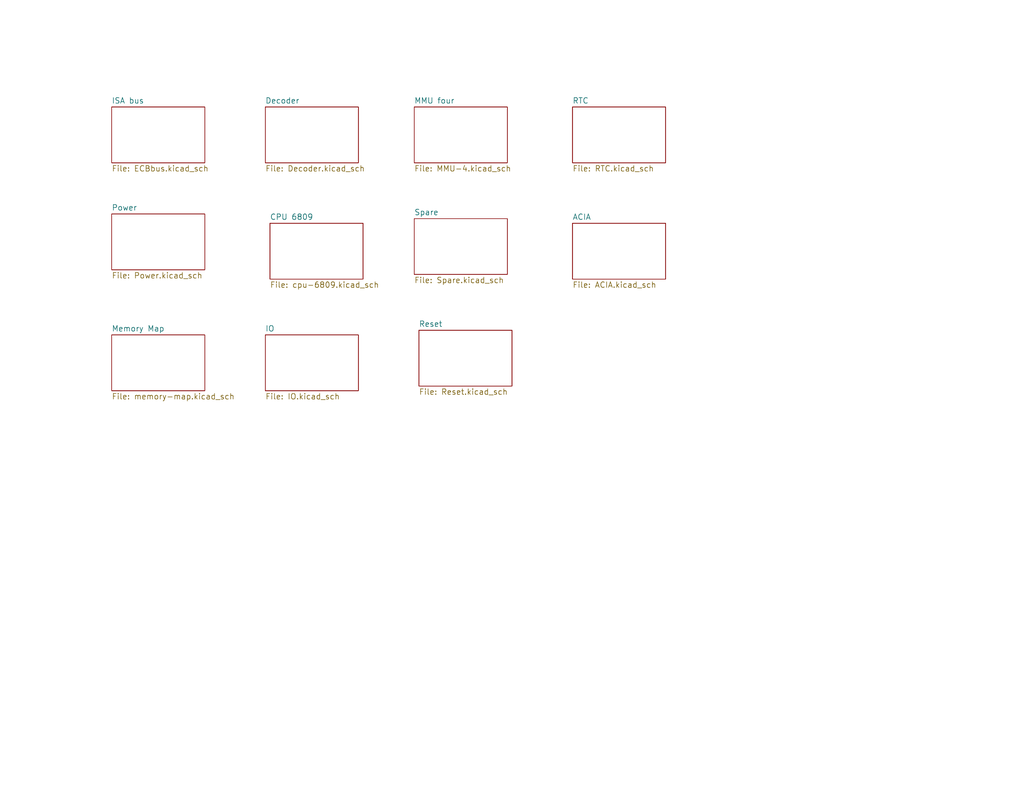
<source format=kicad_sch>
(kicad_sch
	(version 20231120)
	(generator "eeschema")
	(generator_version "8.0")
	(uuid "d94f9d60-5ece-4752-b49c-b0d1c95f35bc")
	(paper "A")
	(title_block
		(title "6809PC")
		(date "2025-06-20")
		(rev "004")
		(comment 1 "https://github.com/danwerner21/6809PC")
		(comment 2 "Based on work by Andrew Lynch and John Coffman")
	)
	(lib_symbols)
	(sheet
		(at 30.48 29.21)
		(size 25.4 15.24)
		(fields_autoplaced yes)
		(stroke
			(width 0)
			(type solid)
		)
		(fill
			(color 0 0 0 0.0000)
		)
		(uuid "00000000-0000-0000-0000-0000526c8cc7")
		(property "Sheetname" "ISA bus"
			(at 30.48 28.3714 0)
			(effects
				(font
					(size 1.524 1.524)
				)
				(justify left bottom)
			)
		)
		(property "Sheetfile" "ECBbus.kicad_sch"
			(at 30.48 45.1362 0)
			(effects
				(font
					(size 1.524 1.524)
				)
				(justify left top)
			)
		)
		(instances
			(project "6809PC-6U"
				(path "/d94f9d60-5ece-4752-b49c-b0d1c95f35bc"
					(page "2")
				)
			)
		)
	)
	(sheet
		(at 73.66 60.96)
		(size 25.4 15.24)
		(fields_autoplaced yes)
		(stroke
			(width 0)
			(type solid)
		)
		(fill
			(color 0 0 0 0.0000)
		)
		(uuid "00000000-0000-0000-0000-0000526c8e8e")
		(property "Sheetname" "CPU 6809"
			(at 73.66 60.1214 0)
			(effects
				(font
					(size 1.524 1.524)
				)
				(justify left bottom)
			)
		)
		(property "Sheetfile" "cpu-6809.kicad_sch"
			(at 73.66 76.8862 0)
			(effects
				(font
					(size 1.524 1.524)
				)
				(justify left top)
			)
		)
		(instances
			(project "6809PC-6U"
				(path "/d94f9d60-5ece-4752-b49c-b0d1c95f35bc"
					(page "11")
				)
			)
		)
	)
	(sheet
		(at 30.48 91.44)
		(size 25.4 15.24)
		(fields_autoplaced yes)
		(stroke
			(width 0)
			(type solid)
		)
		(fill
			(color 0 0 0 0.0000)
		)
		(uuid "00000000-0000-0000-0000-0000526c8ed2")
		(property "Sheetname" "Memory Map"
			(at 30.48 90.6014 0)
			(effects
				(font
					(size 1.524 1.524)
				)
				(justify left bottom)
			)
		)
		(property "Sheetfile" "memory-map.kicad_sch"
			(at 30.48 107.3662 0)
			(effects
				(font
					(size 1.524 1.524)
				)
				(justify left top)
			)
		)
		(instances
			(project "6809PC-6U"
				(path "/d94f9d60-5ece-4752-b49c-b0d1c95f35bc"
					(page "4")
				)
			)
		)
	)
	(sheet
		(at 113.03 29.21)
		(size 25.4 15.24)
		(fields_autoplaced yes)
		(stroke
			(width 0)
			(type solid)
		)
		(fill
			(color 0 0 0 0.0000)
		)
		(uuid "00000000-0000-0000-0000-0000526ca311")
		(property "Sheetname" "MMU four"
			(at 113.03 28.3714 0)
			(effects
				(font
					(size 1.524 1.524)
				)
				(justify left bottom)
			)
		)
		(property "Sheetfile" "MMU-4.kicad_sch"
			(at 113.03 45.1362 0)
			(effects
				(font
					(size 1.524 1.524)
				)
				(justify left top)
			)
		)
		(instances
			(project "6809PC-6U"
				(path "/d94f9d60-5ece-4752-b49c-b0d1c95f35bc"
					(page "12")
				)
			)
		)
	)
	(sheet
		(at 30.48 58.42)
		(size 25.4 15.24)
		(fields_autoplaced yes)
		(stroke
			(width 0)
			(type solid)
		)
		(fill
			(color 0 0 0 0.0000)
		)
		(uuid "00000000-0000-0000-0000-0000526d2858")
		(property "Sheetname" "Power"
			(at 30.48 57.5814 0)
			(effects
				(font
					(size 1.524 1.524)
				)
				(justify left bottom)
			)
		)
		(property "Sheetfile" "Power.kicad_sch"
			(at 30.48 74.3462 0)
			(effects
				(font
					(size 1.524 1.524)
				)
				(justify left top)
			)
		)
		(instances
			(project "6809PC-6U"
				(path "/d94f9d60-5ece-4752-b49c-b0d1c95f35bc"
					(page "6")
				)
			)
		)
	)
	(sheet
		(at 72.39 29.21)
		(size 25.4 15.24)
		(fields_autoplaced yes)
		(stroke
			(width 0)
			(type solid)
		)
		(fill
			(color 0 0 0 0.0000)
		)
		(uuid "00000000-0000-0000-0000-0000526d3cca")
		(property "Sheetname" "Decoder"
			(at 72.39 28.3714 0)
			(effects
				(font
					(size 1.524 1.524)
				)
				(justify left bottom)
			)
		)
		(property "Sheetfile" "Decoder.kicad_sch"
			(at 72.39 45.1362 0)
			(effects
				(font
					(size 1.524 1.524)
				)
				(justify left top)
			)
		)
		(instances
			(project "6809PC-6U"
				(path "/d94f9d60-5ece-4752-b49c-b0d1c95f35bc"
					(page "7")
				)
			)
		)
	)
	(sheet
		(at 113.03 59.69)
		(size 25.4 15.24)
		(fields_autoplaced yes)
		(stroke
			(width 0)
			(type solid)
		)
		(fill
			(color 0 0 0 0.0000)
		)
		(uuid "00000000-0000-0000-0000-0000526d48aa")
		(property "Sheetname" "Spare"
			(at 113.03 58.8514 0)
			(effects
				(font
					(size 1.524 1.524)
				)
				(justify left bottom)
			)
		)
		(property "Sheetfile" "Spare.kicad_sch"
			(at 113.03 75.6162 0)
			(effects
				(font
					(size 1.524 1.524)
				)
				(justify left top)
			)
		)
		(instances
			(project "6809PC-6U"
				(path "/d94f9d60-5ece-4752-b49c-b0d1c95f35bc"
					(page "9")
				)
			)
		)
	)
	(sheet
		(at 72.39 91.44)
		(size 25.4 15.24)
		(fields_autoplaced yes)
		(stroke
			(width 0)
			(type solid)
		)
		(fill
			(color 0 0 0 0.0000)
		)
		(uuid "00000000-0000-0000-0000-0000526d5517")
		(property "Sheetname" "IO"
			(at 72.39 90.6014 0)
			(effects
				(font
					(size 1.524 1.524)
				)
				(justify left bottom)
			)
		)
		(property "Sheetfile" "IO.kicad_sch"
			(at 72.39 107.3662 0)
			(effects
				(font
					(size 1.524 1.524)
				)
				(justify left top)
			)
		)
		(instances
			(project "6809PC-6U"
				(path "/d94f9d60-5ece-4752-b49c-b0d1c95f35bc"
					(page "8")
				)
			)
		)
	)
	(sheet
		(at 114.3 90.17)
		(size 25.4 15.24)
		(fields_autoplaced yes)
		(stroke
			(width 0)
			(type solid)
		)
		(fill
			(color 0 0 0 0.0000)
		)
		(uuid "00000000-0000-0000-0000-0000526d81d3")
		(property "Sheetname" "Reset"
			(at 114.3 89.3314 0)
			(effects
				(font
					(size 1.524 1.524)
				)
				(justify left bottom)
			)
		)
		(property "Sheetfile" "Reset.kicad_sch"
			(at 114.3 106.0962 0)
			(effects
				(font
					(size 1.524 1.524)
				)
				(justify left top)
			)
		)
		(instances
			(project "6809PC-6U"
				(path "/d94f9d60-5ece-4752-b49c-b0d1c95f35bc"
					(page "10")
				)
			)
		)
	)
	(sheet
		(at 156.21 60.96)
		(size 25.4 15.24)
		(fields_autoplaced yes)
		(stroke
			(width 0)
			(type solid)
		)
		(fill
			(color 0 0 0 0.0000)
		)
		(uuid "00000000-0000-0000-0000-00005274ff22")
		(property "Sheetname" "ACIA"
			(at 156.21 60.1214 0)
			(effects
				(font
					(size 1.524 1.524)
				)
				(justify left bottom)
			)
		)
		(property "Sheetfile" "ACIA.kicad_sch"
			(at 156.21 76.8862 0)
			(effects
				(font
					(size 1.524 1.524)
				)
				(justify left top)
			)
		)
		(instances
			(project "6809PC-6U"
				(path "/d94f9d60-5ece-4752-b49c-b0d1c95f35bc"
					(page "14")
				)
			)
		)
	)
	(sheet
		(at 156.21 29.21)
		(size 25.4 15.24)
		(fields_autoplaced yes)
		(stroke
			(width 0)
			(type solid)
		)
		(fill
			(color 0 0 0 0.0000)
		)
		(uuid "00000000-0000-0000-0000-00005274ff2a")
		(property "Sheetname" "RTC"
			(at 156.21 28.3714 0)
			(effects
				(font
					(size 1.524 1.524)
				)
				(justify left bottom)
			)
		)
		(property "Sheetfile" "RTC.kicad_sch"
			(at 156.21 45.1362 0)
			(effects
				(font
					(size 1.524 1.524)
				)
				(justify left top)
			)
		)
		(instances
			(project "6809PC-6U"
				(path "/d94f9d60-5ece-4752-b49c-b0d1c95f35bc"
					(page "13")
				)
			)
		)
	)
	(sheet_instances
		(path "/"
			(page "1")
		)
	)
)

</source>
